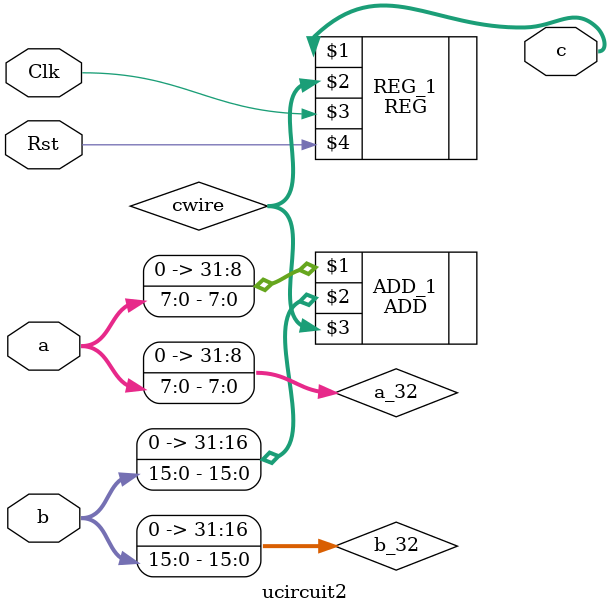
<source format=v>
`timescale 1ns / 1ns

module ucircuit2(a, b, c, Clk, Rst);

    input Clk, Rst;
    input  [ 7:0] a;
    input  [15:0] b;

    output [31:0] c;

    wire   [31:0] cwire;
    wire   [31:0] a_32, b_32;

    assign a_32 = {{24{1'b0}}, a};
    assign b_32 = {{16{1'b0}}, b};

    ADD    #(.DATAWIDTH( 32)) ADD_1(a_32, b_32, cwire);                // cwire = a + b
    REG    #(.DATAWIDTH( 32)) REG_1(c, cwire, Clk, Rst);               // c = cwire

endmodule

</source>
